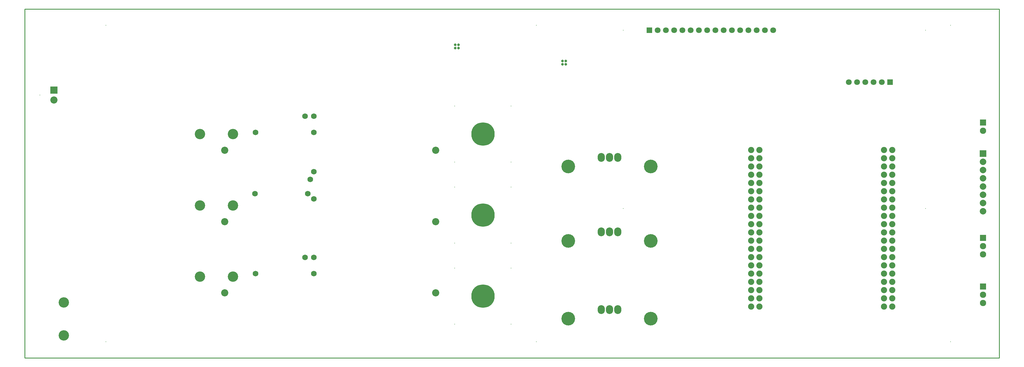
<source format=gbs>
G04 Layer_Color=16711935*
%FSLAX43Y43*%
%MOMM*%
G71*
G01*
G75*
%ADD35C,0.254*%
%ADD96O,2.203X2.703*%
%ADD97C,7.203*%
%ADD98C,0.203*%
%ADD99C,1.727*%
%ADD100C,2.203*%
%ADD101C,3.203*%
%ADD102C,1.803*%
%ADD103R,1.803X1.803*%
%ADD106C,1.903*%
%ADD107R,1.953X1.953*%
%ADD108C,1.953*%
%ADD109C,4.203*%
%ADD110R,2.203X2.203*%
%ADD111R,0.203X0.203*%
%ADD112R,2.003X2.003*%
%ADD113C,2.003*%
%ADD114C,0.803*%
D35*
X0Y0D02*
Y107500D01*
X300000D01*
Y0D02*
Y107500D01*
X0Y0D02*
X300000D01*
D96*
X182550Y61800D02*
D03*
X180000D02*
D03*
X177450D02*
D03*
X182550Y14900D02*
D03*
X180000D02*
D03*
X177450D02*
D03*
X182550Y38800D02*
D03*
X180000D02*
D03*
X177450D02*
D03*
D97*
X141000Y44000D02*
D03*
Y69000D02*
D03*
Y19000D02*
D03*
D98*
X132350Y35350D02*
D03*
X149650Y52650D02*
D03*
Y35350D02*
D03*
X132350Y52650D02*
D03*
Y77650D02*
D03*
X149650Y60350D02*
D03*
Y77650D02*
D03*
X132350Y60350D02*
D03*
X25000Y102500D02*
D03*
X184250Y101000D02*
D03*
Y46000D02*
D03*
X277270D02*
D03*
X277250Y101000D02*
D03*
X25000Y5000D02*
D03*
X157500Y5000D02*
D03*
X285000Y5000D02*
D03*
Y102500D02*
D03*
X157500D02*
D03*
X132350Y27650D02*
D03*
X149650Y10350D02*
D03*
Y27650D02*
D03*
X132350Y10350D02*
D03*
D99*
X86250Y74500D02*
D03*
X89000Y69500D02*
D03*
Y74500D02*
D03*
X71000Y69500D02*
D03*
X70890Y50570D02*
D03*
X89000Y57380D02*
D03*
X87120Y50570D02*
D03*
X87880Y54970D02*
D03*
X89000Y49000D02*
D03*
X71000Y26000D02*
D03*
X89000Y31000D02*
D03*
Y26000D02*
D03*
X86250Y31000D02*
D03*
D100*
X126500Y64000D02*
D03*
X61500D02*
D03*
X9000Y79500D02*
D03*
X126500Y20000D02*
D03*
X61500D02*
D03*
X126500Y42000D02*
D03*
X61500D02*
D03*
D101*
X64080Y69000D02*
D03*
X53920D02*
D03*
X12000Y17080D02*
D03*
Y6920D02*
D03*
X64080Y25000D02*
D03*
X53920D02*
D03*
X64080Y47000D02*
D03*
X53920D02*
D03*
D102*
X256190Y85000D02*
D03*
X261270D02*
D03*
X263810D02*
D03*
X258730D02*
D03*
X253650D02*
D03*
X230350Y101000D02*
D03*
X225270D02*
D03*
X220190D02*
D03*
X217650D02*
D03*
X212570D02*
D03*
X207490D02*
D03*
X202410D02*
D03*
X197330D02*
D03*
X194790D02*
D03*
X199870D02*
D03*
X204950D02*
D03*
X210030D02*
D03*
X215110D02*
D03*
X222730D02*
D03*
X227810D02*
D03*
D103*
X266350Y85000D02*
D03*
X192250Y101000D02*
D03*
D106*
X264460Y64100D02*
D03*
Y61560D02*
D03*
Y59020D02*
D03*
Y56480D02*
D03*
Y53940D02*
D03*
Y51400D02*
D03*
Y48860D02*
D03*
Y46320D02*
D03*
Y43780D02*
D03*
Y41240D02*
D03*
Y38700D02*
D03*
Y36160D02*
D03*
Y33620D02*
D03*
Y31080D02*
D03*
Y28540D02*
D03*
Y26000D02*
D03*
Y23460D02*
D03*
Y20920D02*
D03*
Y18380D02*
D03*
Y15840D02*
D03*
X267000Y64100D02*
D03*
Y61560D02*
D03*
Y59020D02*
D03*
Y56480D02*
D03*
Y53940D02*
D03*
Y51400D02*
D03*
Y48860D02*
D03*
Y46320D02*
D03*
Y43780D02*
D03*
Y41240D02*
D03*
Y38700D02*
D03*
Y36160D02*
D03*
Y33620D02*
D03*
Y31080D02*
D03*
Y28540D02*
D03*
Y26000D02*
D03*
Y23460D02*
D03*
Y20920D02*
D03*
Y18380D02*
D03*
Y15840D02*
D03*
X226100D02*
D03*
Y18380D02*
D03*
Y20920D02*
D03*
Y23460D02*
D03*
Y26000D02*
D03*
Y28540D02*
D03*
Y31080D02*
D03*
Y33620D02*
D03*
Y36160D02*
D03*
Y38700D02*
D03*
Y41240D02*
D03*
Y43780D02*
D03*
Y46320D02*
D03*
Y48860D02*
D03*
Y51400D02*
D03*
Y53940D02*
D03*
Y56480D02*
D03*
Y59020D02*
D03*
Y61560D02*
D03*
Y64100D02*
D03*
X223560Y15840D02*
D03*
Y18380D02*
D03*
Y20920D02*
D03*
Y23460D02*
D03*
Y26000D02*
D03*
Y28540D02*
D03*
Y31080D02*
D03*
Y33620D02*
D03*
Y36160D02*
D03*
Y38700D02*
D03*
Y41240D02*
D03*
Y43780D02*
D03*
Y46320D02*
D03*
Y48860D02*
D03*
Y51400D02*
D03*
Y53940D02*
D03*
Y56480D02*
D03*
Y59020D02*
D03*
Y61560D02*
D03*
Y64100D02*
D03*
D107*
X295000Y22000D02*
D03*
Y72500D02*
D03*
Y37000D02*
D03*
D108*
Y19460D02*
D03*
Y16920D02*
D03*
Y69960D02*
D03*
Y31920D02*
D03*
Y34460D02*
D03*
D109*
X192700Y12100D02*
D03*
X167300D02*
D03*
X192700Y59000D02*
D03*
X167300D02*
D03*
X192700Y36000D02*
D03*
X167300D02*
D03*
D110*
X9000Y82500D02*
D03*
D111*
X4680Y81000D02*
D03*
D112*
X295000Y63000D02*
D03*
D113*
Y60460D02*
D03*
Y57920D02*
D03*
Y55380D02*
D03*
Y52840D02*
D03*
Y50300D02*
D03*
Y47760D02*
D03*
Y45220D02*
D03*
D114*
X133500Y95500D02*
D03*
X132500D02*
D03*
X133500Y96500D02*
D03*
X132500D02*
D03*
X165500Y91500D02*
D03*
X166500D02*
D03*
X165500Y90500D02*
D03*
X166500D02*
D03*
M02*

</source>
